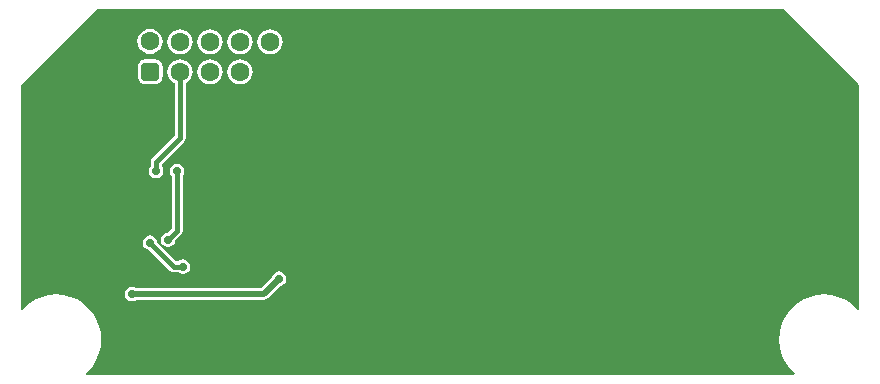
<source format=gbl>
G04*
G04 #@! TF.GenerationSoftware,Altium Limited,Altium Designer,20.1.11 (218)*
G04*
G04 Layer_Physical_Order=2*
G04 Layer_Color=16711680*
%FSLAX25Y25*%
%MOIN*%
G70*
G04*
G04 #@! TF.SameCoordinates,8152623E-C4D5-4017-8556-DC002FEE392B*
G04*
G04*
G04 #@! TF.FilePolarity,Positive*
G04*
G01*
G75*
%ADD43C,0.01575*%
%ADD45C,0.01968*%
G04:AMPARAMS|DCode=47|XSize=62.99mil|YSize=62.99mil|CornerRadius=15.75mil|HoleSize=0mil|Usage=FLASHONLY|Rotation=0.000|XOffset=0mil|YOffset=0mil|HoleType=Round|Shape=RoundedRectangle|*
%AMROUNDEDRECTD47*
21,1,0.06299,0.03150,0,0,0.0*
21,1,0.03150,0.06299,0,0,0.0*
1,1,0.03150,0.01575,-0.01575*
1,1,0.03150,-0.01575,-0.01575*
1,1,0.03150,-0.01575,0.01575*
1,1,0.03150,0.01575,0.01575*
%
%ADD47ROUNDEDRECTD47*%
%ADD48C,0.06299*%
%ADD49C,0.02756*%
G36*
X283431Y100717D02*
Y25741D01*
X282962Y25568D01*
X282276Y26371D01*
X280484Y27902D01*
X278474Y29133D01*
X276296Y30035D01*
X274004Y30586D01*
X271654Y30771D01*
X269303Y30586D01*
X267011Y30035D01*
X264833Y29133D01*
X262823Y27902D01*
X261031Y26371D01*
X259500Y24578D01*
X258268Y22568D01*
X257366Y20390D01*
X256816Y18098D01*
X256631Y15748D01*
X256816Y13398D01*
X257366Y11106D01*
X258268Y8928D01*
X259500Y6918D01*
X261031Y5125D01*
X261833Y4440D01*
X261660Y3971D01*
X25741D01*
X25568Y4440D01*
X26371Y5125D01*
X27902Y6918D01*
X29133Y8928D01*
X30035Y11106D01*
X30586Y13398D01*
X30771Y15748D01*
X30586Y18098D01*
X30035Y20390D01*
X29133Y22568D01*
X27902Y24578D01*
X26371Y26371D01*
X24578Y27902D01*
X22568Y29133D01*
X20390Y30035D01*
X18098Y30586D01*
X15748Y30771D01*
X13398Y30586D01*
X11106Y30035D01*
X8928Y29133D01*
X6918Y27902D01*
X5125Y26371D01*
X4440Y25568D01*
X3971Y25741D01*
Y100717D01*
X29204Y125950D01*
X258198D01*
X283431Y100717D01*
D02*
G37*
%LPC*%
G36*
X47000Y119304D02*
X45917Y119161D01*
X44907Y118743D01*
X44041Y118078D01*
X43375Y117211D01*
X42957Y116201D01*
X42815Y115118D01*
X42957Y114035D01*
X43375Y113025D01*
X44041Y112159D01*
X44907Y111493D01*
X45917Y111075D01*
X47000Y110933D01*
X48083Y111075D01*
X49093Y111493D01*
X49959Y112159D01*
X50625Y113025D01*
X51043Y114035D01*
X51185Y115118D01*
X51043Y116201D01*
X50625Y117211D01*
X49959Y118078D01*
X49093Y118743D01*
X48083Y119161D01*
X47000Y119304D01*
D02*
G37*
G36*
X87000Y119185D02*
X85917Y119043D01*
X84907Y118625D01*
X84040Y117959D01*
X83375Y117093D01*
X82957Y116083D01*
X82815Y115000D01*
X82957Y113917D01*
X83375Y112907D01*
X84040Y112040D01*
X84907Y111375D01*
X85917Y110957D01*
X87000Y110815D01*
X88083Y110957D01*
X89093Y111375D01*
X89960Y112040D01*
X90625Y112907D01*
X91043Y113917D01*
X91185Y115000D01*
X91043Y116083D01*
X90625Y117093D01*
X89960Y117959D01*
X89093Y118625D01*
X88083Y119043D01*
X87000Y119185D01*
D02*
G37*
G36*
X77000D02*
X75917Y119043D01*
X74907Y118625D01*
X74041Y117959D01*
X73375Y117093D01*
X72957Y116083D01*
X72815Y115000D01*
X72957Y113917D01*
X73375Y112907D01*
X74041Y112040D01*
X74907Y111375D01*
X75917Y110957D01*
X77000Y110815D01*
X78083Y110957D01*
X79093Y111375D01*
X79959Y112040D01*
X80625Y112907D01*
X81043Y113917D01*
X81185Y115000D01*
X81043Y116083D01*
X80625Y117093D01*
X79959Y117959D01*
X79093Y118625D01*
X78083Y119043D01*
X77000Y119185D01*
D02*
G37*
G36*
X67000D02*
X65917Y119043D01*
X64907Y118625D01*
X64040Y117959D01*
X63375Y117093D01*
X62957Y116083D01*
X62815Y115000D01*
X62957Y113917D01*
X63375Y112907D01*
X64040Y112040D01*
X64907Y111375D01*
X65917Y110957D01*
X67000Y110815D01*
X68083Y110957D01*
X69093Y111375D01*
X69959Y112040D01*
X70625Y112907D01*
X71043Y113917D01*
X71185Y115000D01*
X71043Y116083D01*
X70625Y117093D01*
X69959Y117959D01*
X69093Y118625D01*
X68083Y119043D01*
X67000Y119185D01*
D02*
G37*
G36*
X57000D02*
X55917Y119043D01*
X54907Y118625D01*
X54040Y117959D01*
X53375Y117093D01*
X52957Y116083D01*
X52815Y115000D01*
X52957Y113917D01*
X53375Y112907D01*
X54040Y112040D01*
X54907Y111375D01*
X55917Y110957D01*
X57000Y110815D01*
X58083Y110957D01*
X59093Y111375D01*
X59960Y112040D01*
X60625Y112907D01*
X61043Y113917D01*
X61185Y115000D01*
X61043Y116083D01*
X60625Y117093D01*
X59960Y117959D01*
X59093Y118625D01*
X58083Y119043D01*
X57000Y119185D01*
D02*
G37*
G36*
X48575Y109172D02*
X45425D01*
X44753Y109083D01*
X44127Y108824D01*
X43589Y108411D01*
X43176Y107873D01*
X42917Y107247D01*
X42828Y106575D01*
Y103425D01*
X42917Y102753D01*
X43176Y102127D01*
X43589Y101589D01*
X44127Y101176D01*
X44753Y100917D01*
X45425Y100828D01*
X48575D01*
X49247Y100917D01*
X49873Y101176D01*
X50411Y101589D01*
X50824Y102127D01*
X51083Y102753D01*
X51172Y103425D01*
Y106575D01*
X51083Y107247D01*
X50824Y107873D01*
X50411Y108411D01*
X49873Y108824D01*
X49247Y109083D01*
X48575Y109172D01*
D02*
G37*
G36*
X77000Y109185D02*
X75917Y109043D01*
X74907Y108625D01*
X74041Y107959D01*
X73375Y107093D01*
X72957Y106083D01*
X72815Y105000D01*
X72957Y103917D01*
X73375Y102907D01*
X74041Y102041D01*
X74907Y101375D01*
X75917Y100957D01*
X77000Y100815D01*
X78083Y100957D01*
X79093Y101375D01*
X79959Y102041D01*
X80625Y102907D01*
X81043Y103917D01*
X81185Y105000D01*
X81043Y106083D01*
X80625Y107093D01*
X79959Y107959D01*
X79093Y108625D01*
X78083Y109043D01*
X77000Y109185D01*
D02*
G37*
G36*
X67000D02*
X65917Y109043D01*
X64907Y108625D01*
X64040Y107959D01*
X63375Y107093D01*
X62957Y106083D01*
X62815Y105000D01*
X62957Y103917D01*
X63375Y102907D01*
X64040Y102041D01*
X64907Y101375D01*
X65917Y100957D01*
X67000Y100815D01*
X68083Y100957D01*
X69093Y101375D01*
X69959Y102041D01*
X70625Y102907D01*
X71043Y103917D01*
X71185Y105000D01*
X71043Y106083D01*
X70625Y107093D01*
X69959Y107959D01*
X69093Y108625D01*
X68083Y109043D01*
X67000Y109185D01*
D02*
G37*
G36*
X57000D02*
X55917Y109043D01*
X54907Y108625D01*
X54040Y107959D01*
X53375Y107093D01*
X52957Y106083D01*
X52815Y105000D01*
X52957Y103917D01*
X53375Y102907D01*
X54040Y102041D01*
X54907Y101375D01*
X55178Y101263D01*
Y83755D01*
X47711Y76289D01*
X47316Y75697D01*
X47178Y75000D01*
X47178Y75000D01*
Y73521D01*
X46760Y72896D01*
X46575Y71969D01*
X46760Y71041D01*
X47286Y70254D01*
X48072Y69728D01*
X49000Y69544D01*
X49928Y69728D01*
X50714Y70254D01*
X51240Y71041D01*
X51424Y71969D01*
X51240Y72896D01*
X50822Y73521D01*
Y74245D01*
X58289Y81711D01*
X58289Y81711D01*
X58684Y82303D01*
X58822Y83000D01*
X58822Y83000D01*
Y101263D01*
X59093Y101375D01*
X59960Y102041D01*
X60625Y102907D01*
X61043Y103917D01*
X61185Y105000D01*
X61043Y106083D01*
X60625Y107093D01*
X59960Y107959D01*
X59093Y108625D01*
X58083Y109043D01*
X57000Y109185D01*
D02*
G37*
G36*
X56000Y74393D02*
X55072Y74208D01*
X54286Y73683D01*
X53760Y72896D01*
X53575Y71969D01*
X53760Y71041D01*
X54178Y70416D01*
Y52755D01*
X52809Y51387D01*
X52072Y51240D01*
X51286Y50714D01*
X50760Y49928D01*
X50576Y49000D01*
X50760Y48072D01*
X51286Y47286D01*
X52072Y46760D01*
X53000Y46575D01*
X53928Y46760D01*
X54714Y47286D01*
X55240Y48072D01*
X55387Y48809D01*
X57289Y50711D01*
X57684Y51303D01*
X57822Y52000D01*
X57822Y52000D01*
Y70416D01*
X58240Y71041D01*
X58425Y71969D01*
X58240Y72896D01*
X57714Y73683D01*
X56928Y74208D01*
X56000Y74393D01*
D02*
G37*
G36*
X47000Y50424D02*
X46072Y50240D01*
X45286Y49714D01*
X44760Y48928D01*
X44576Y48000D01*
X44760Y47072D01*
X45286Y46286D01*
X46072Y45760D01*
X46809Y45613D01*
X53711Y38711D01*
X53711Y38711D01*
X54303Y38316D01*
X55000Y38178D01*
X55000Y38178D01*
X56447D01*
X57072Y37760D01*
X58000Y37576D01*
X58928Y37760D01*
X59714Y38286D01*
X60240Y39072D01*
X60425Y40000D01*
X60240Y40928D01*
X59714Y41714D01*
X58928Y42240D01*
X58000Y42424D01*
X57072Y42240D01*
X56447Y41822D01*
X55755D01*
X49387Y48191D01*
X49240Y48928D01*
X48714Y49714D01*
X47928Y50240D01*
X47000Y50424D01*
D02*
G37*
G36*
X90000Y38425D02*
X89072Y38240D01*
X88286Y37714D01*
X87760Y36928D01*
X87684Y36545D01*
X84162Y33023D01*
X42034D01*
X41928Y33094D01*
X41000Y33279D01*
X40072Y33094D01*
X39286Y32569D01*
X38760Y31782D01*
X38576Y30854D01*
X38760Y29926D01*
X39286Y29140D01*
X40072Y28614D01*
X41000Y28430D01*
X41928Y28614D01*
X42470Y28977D01*
X85000D01*
X85774Y29131D01*
X86431Y29569D01*
X90545Y33684D01*
X90928Y33760D01*
X91714Y34286D01*
X92240Y35072D01*
X92424Y36000D01*
X92240Y36928D01*
X91714Y37714D01*
X90928Y38240D01*
X90000Y38425D01*
D02*
G37*
%LPD*%
D43*
X49000Y71969D02*
Y75000D01*
X57000Y83000D02*
Y105000D01*
X49000Y75000D02*
X57000Y83000D01*
X47000Y48000D02*
X55000Y40000D01*
X58000D01*
X53000Y49000D02*
X56000Y52000D01*
Y71969D01*
D45*
X85000Y31000D02*
X90000Y36000D01*
X41146Y31000D02*
X85000D01*
X41000Y30854D02*
X41146Y31000D01*
D47*
X47000Y105000D02*
D03*
D48*
Y115118D02*
D03*
X57000Y105000D02*
D03*
Y115000D02*
D03*
X67000Y105000D02*
D03*
Y115000D02*
D03*
X77000Y105000D02*
D03*
Y115000D02*
D03*
X87000Y105000D02*
D03*
Y115000D02*
D03*
D49*
X219000Y10000D02*
D03*
X212000Y33000D02*
D03*
X216000Y61000D02*
D03*
X212000Y98000D02*
D03*
X129000Y106000D02*
D03*
X142000D02*
D03*
X90000Y36000D02*
D03*
X107000Y34000D02*
D03*
X64000Y47000D02*
D03*
X49000Y71969D02*
D03*
X28000Y59000D02*
D03*
X40000Y64000D02*
D03*
X53000Y49000D02*
D03*
X56000Y71969D02*
D03*
X203000Y6000D02*
D03*
X210000Y103000D02*
D03*
X34000Y28000D02*
D03*
X58000Y40000D02*
D03*
X43000D02*
D03*
X28000Y79000D02*
D03*
X83000Y58000D02*
D03*
X162000Y56000D02*
D03*
X127000Y94000D02*
D03*
X42000Y79000D02*
D03*
X50000Y63000D02*
D03*
X257000Y6000D02*
D03*
X281000Y31000D02*
D03*
Y100000D02*
D03*
X255000Y97500D02*
D03*
X257000Y123000D02*
D03*
X169000Y49000D02*
D03*
X255000Y42500D02*
D03*
X197000Y118000D02*
D03*
X189000Y10000D02*
D03*
X198000Y19000D02*
D03*
X176000Y118000D02*
D03*
X112000Y10000D02*
D03*
Y45000D02*
D03*
X41000Y30854D02*
D03*
X47000Y48000D02*
D03*
X166000Y103000D02*
D03*
X155000Y73000D02*
D03*
X76000Y79000D02*
D03*
X57500Y20000D02*
D03*
X210000Y123000D02*
D03*
X90000Y20000D02*
D03*
M02*

</source>
